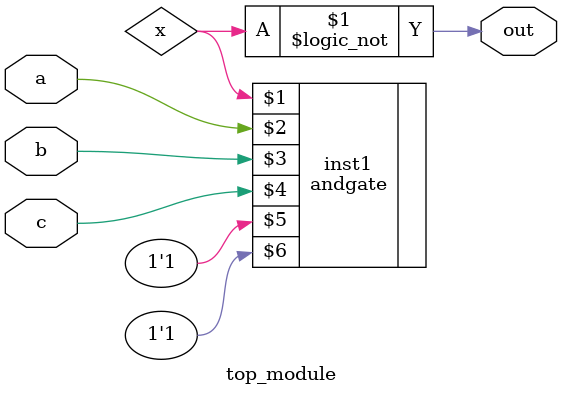
<source format=v>
module top_module (input a,b,c,output out);
reg x;
    andgate inst1 (x, a, b, c, 1'b1, 1'b1 );
    assign out = !x;
endmodule

</source>
